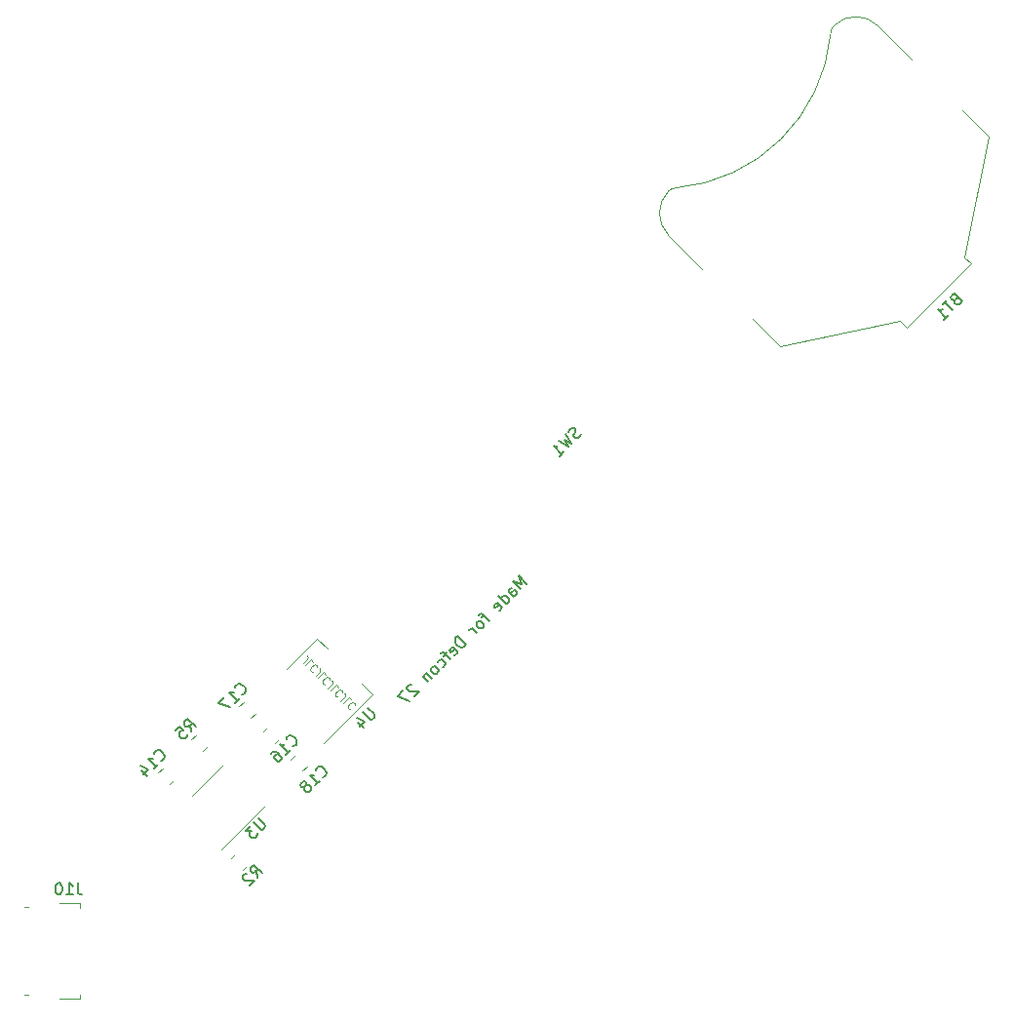
<source format=gbr>
G04 #@! TF.GenerationSoftware,KiCad,Pcbnew,5.1.2*
G04 #@! TF.CreationDate,2019-07-05T21:59:41-05:00*
G04 #@! TF.ProjectId,Master_Sword_(Ocarina_of_Time),4d617374-6572-45f5-9377-6f72645f284f,rev?*
G04 #@! TF.SameCoordinates,Original*
G04 #@! TF.FileFunction,Legend,Bot*
G04 #@! TF.FilePolarity,Positive*
%FSLAX46Y46*%
G04 Gerber Fmt 4.6, Leading zero omitted, Abs format (unit mm)*
G04 Created by KiCad (PCBNEW 5.1.2) date 2019-07-05 21:59:41*
%MOMM*%
%LPD*%
G04 APERTURE LIST*
%ADD10C,0.100000*%
%ADD11C,0.150000*%
%ADD12C,0.120000*%
G04 APERTURE END LIST*
D10*
X121129246Y-124181361D02*
X121482799Y-123827808D01*
X121533307Y-123736894D01*
X121540041Y-123649347D01*
X121503002Y-123565168D01*
X121462596Y-123524762D01*
X122028282Y-124090447D02*
X121826251Y-123888417D01*
X121331276Y-124383392D01*
X122364999Y-124521446D02*
X122368366Y-124477673D01*
X122331327Y-124393493D01*
X122290921Y-124353087D01*
X122206742Y-124316048D01*
X122119195Y-124322783D01*
X122051852Y-124349720D01*
X121937368Y-124423798D01*
X121866657Y-124494508D01*
X121792579Y-124608992D01*
X121765642Y-124676336D01*
X121758908Y-124763882D01*
X121795947Y-124848062D01*
X121836353Y-124888468D01*
X121920532Y-124925507D01*
X121964305Y-124922140D01*
X122220211Y-125272326D02*
X122573764Y-124918773D01*
X122624272Y-124827859D01*
X122631006Y-124740312D01*
X122593967Y-124656133D01*
X122553561Y-124615727D01*
X123119246Y-125181412D02*
X122917216Y-124979382D01*
X122422241Y-125474356D01*
X123455964Y-125612411D02*
X123459331Y-125568637D01*
X123422292Y-125484458D01*
X123381886Y-125444052D01*
X123297707Y-125407013D01*
X123210160Y-125413747D01*
X123142817Y-125440685D01*
X123028333Y-125514763D01*
X122957622Y-125585473D01*
X122883544Y-125699957D01*
X122856607Y-125767301D01*
X122849872Y-125854847D01*
X122886911Y-125939027D01*
X122927317Y-125979433D01*
X123011497Y-126016472D01*
X123055270Y-126013104D01*
X123311175Y-126363291D02*
X123664729Y-126009737D01*
X123715236Y-125918824D01*
X123721971Y-125831277D01*
X123684932Y-125747098D01*
X123644526Y-125706692D01*
X124210211Y-126272377D02*
X124008181Y-126070346D01*
X123513206Y-126565321D01*
X124546929Y-126703375D02*
X124550296Y-126659602D01*
X124513257Y-126575423D01*
X124472851Y-126535017D01*
X124388672Y-126497978D01*
X124301125Y-126504712D01*
X124233781Y-126531649D01*
X124119297Y-126605727D01*
X124048587Y-126676438D01*
X123974509Y-126790922D01*
X123947572Y-126858265D01*
X123940837Y-126945812D01*
X123977876Y-127029991D01*
X124018282Y-127070397D01*
X124102462Y-127107436D01*
X124146235Y-127104069D01*
X124402140Y-127454255D02*
X124755694Y-127100702D01*
X124806201Y-127009788D01*
X124812936Y-126922242D01*
X124775897Y-126838062D01*
X124735491Y-126797656D01*
X125301176Y-127363342D02*
X125099145Y-127161311D01*
X124604171Y-127656286D01*
X125637893Y-127794340D02*
X125641261Y-127750567D01*
X125604222Y-127666387D01*
X125563816Y-127625981D01*
X125479636Y-127588942D01*
X125392090Y-127595677D01*
X125324746Y-127622614D01*
X125210262Y-127696692D01*
X125139552Y-127767403D01*
X125065474Y-127881887D01*
X125038536Y-127949230D01*
X125031802Y-128036777D01*
X125068841Y-128120956D01*
X125109247Y-128161362D01*
X125193426Y-128198401D01*
X125237200Y-128195034D01*
D11*
X140532167Y-117307596D02*
X139825060Y-116600489D01*
X140094434Y-117341267D01*
X139353655Y-117071893D01*
X140060762Y-117779000D01*
X139420999Y-118418763D02*
X139050610Y-118048374D01*
X139016938Y-117947359D01*
X139050610Y-117846344D01*
X139185297Y-117711657D01*
X139286312Y-117677985D01*
X139387327Y-118385092D02*
X139488342Y-118351420D01*
X139656701Y-118183061D01*
X139690373Y-118082046D01*
X139656701Y-117981031D01*
X139589358Y-117913687D01*
X139488342Y-117880015D01*
X139387327Y-117913687D01*
X139218968Y-118082046D01*
X139117953Y-118115718D01*
X138781236Y-119058527D02*
X138074129Y-118351420D01*
X138747564Y-119024855D02*
X138848579Y-118991183D01*
X138983266Y-118856496D01*
X139016938Y-118755481D01*
X139016938Y-118688137D01*
X138983266Y-118587122D01*
X138781236Y-118385092D01*
X138680220Y-118351420D01*
X138612877Y-118351420D01*
X138511862Y-118385092D01*
X138377175Y-118519779D01*
X138343503Y-118620794D01*
X138141472Y-119630946D02*
X138242488Y-119597275D01*
X138377175Y-119462588D01*
X138410846Y-119361572D01*
X138377175Y-119260557D01*
X138107801Y-118991183D01*
X138006785Y-118957511D01*
X137905770Y-118991183D01*
X137771083Y-119125870D01*
X137737411Y-119226885D01*
X137771083Y-119327901D01*
X137838427Y-119395244D01*
X138242488Y-119125870D01*
X136929289Y-119967664D02*
X136659915Y-120237038D01*
X137299679Y-120540084D02*
X136693587Y-119933992D01*
X136592572Y-119900320D01*
X136491557Y-119933992D01*
X136424213Y-120001336D01*
X136794602Y-121045160D02*
X136828274Y-120944145D01*
X136828274Y-120876801D01*
X136794602Y-120775786D01*
X136592572Y-120573755D01*
X136491557Y-120540084D01*
X136424213Y-120540084D01*
X136323198Y-120573755D01*
X136222183Y-120674771D01*
X136188511Y-120775786D01*
X136188511Y-120843129D01*
X136222183Y-120944145D01*
X136424213Y-121146175D01*
X136525228Y-121179847D01*
X136592572Y-121179847D01*
X136693587Y-121146175D01*
X136794602Y-121045160D01*
X136255854Y-121583908D02*
X135784450Y-121112503D01*
X135919137Y-121247190D02*
X135818122Y-121213519D01*
X135750778Y-121213519D01*
X135649763Y-121247190D01*
X135582419Y-121314534D01*
X135279374Y-122560389D02*
X134572267Y-121853282D01*
X134403908Y-122021641D01*
X134336564Y-122156328D01*
X134336564Y-122291015D01*
X134370236Y-122392030D01*
X134471251Y-122560389D01*
X134572267Y-122661404D01*
X134740625Y-122762419D01*
X134841641Y-122796091D01*
X134976328Y-122796091D01*
X135111015Y-122728748D01*
X135279374Y-122560389D01*
X134269221Y-123503198D02*
X134370236Y-123469526D01*
X134504923Y-123334839D01*
X134538595Y-123233824D01*
X134504923Y-123132809D01*
X134235549Y-122863435D01*
X134134534Y-122829763D01*
X134033519Y-122863435D01*
X133898832Y-122998122D01*
X133865160Y-123099137D01*
X133898832Y-123200152D01*
X133966175Y-123267496D01*
X134370236Y-122998122D01*
X133595786Y-123301167D02*
X133326412Y-123570541D01*
X133966175Y-123873587D02*
X133360084Y-123267496D01*
X133259068Y-123233824D01*
X133158053Y-123267496D01*
X133090710Y-123334839D01*
X133225397Y-124547022D02*
X133326412Y-124513350D01*
X133461099Y-124378663D01*
X133494771Y-124277648D01*
X133494771Y-124210305D01*
X133461099Y-124109289D01*
X133259068Y-123907259D01*
X133158053Y-123873587D01*
X133090710Y-123873587D01*
X132989694Y-123907259D01*
X132855007Y-124041946D01*
X132821336Y-124142961D01*
X132855007Y-124984755D02*
X132888679Y-124883740D01*
X132888679Y-124816396D01*
X132855007Y-124715381D01*
X132652977Y-124513350D01*
X132551962Y-124479679D01*
X132484618Y-124479679D01*
X132383603Y-124513350D01*
X132282588Y-124614366D01*
X132248916Y-124715381D01*
X132248916Y-124782724D01*
X132282588Y-124883740D01*
X132484618Y-125085770D01*
X132585633Y-125119442D01*
X132652977Y-125119442D01*
X132753992Y-125085770D01*
X132855007Y-124984755D01*
X131844855Y-125052098D02*
X132316259Y-125523503D01*
X131912198Y-125119442D02*
X131844855Y-125119442D01*
X131743840Y-125153114D01*
X131642824Y-125254129D01*
X131609153Y-125355144D01*
X131642824Y-125456159D01*
X132013214Y-125826549D01*
X130531657Y-126028579D02*
X130464313Y-126028579D01*
X130363298Y-126062251D01*
X130194939Y-126230610D01*
X130161267Y-126331625D01*
X130161267Y-126398968D01*
X130194939Y-126499984D01*
X130262283Y-126567327D01*
X130396970Y-126634671D01*
X131205092Y-126634671D01*
X130767359Y-127072403D01*
X129824550Y-126600999D02*
X129353145Y-127072403D01*
X130363298Y-127476464D01*
D12*
X166951522Y-69568188D02*
G75*
G02X153458247Y-82931455I-14709498J1358696D01*
G01*
X166954439Y-69517640D02*
G75*
G02X167232687Y-68845888I950000J1D01*
G01*
X153550172Y-82921907D02*
G75*
G03X152878420Y-83200155I-1J-950000D01*
G01*
X152878419Y-87018532D02*
G75*
G02X152878420Y-83200155I1909189J1909188D01*
G01*
X171051064Y-68845887D02*
G75*
G03X167232687Y-68845888I-1909188J-1909189D01*
G01*
X173985557Y-71780381D02*
X171015709Y-68810532D01*
X155812913Y-89953025D02*
X152843064Y-86983177D01*
X180703072Y-78497895D02*
X178369619Y-76164443D01*
X178546396Y-88927720D02*
X180703072Y-78497895D01*
X179112081Y-89493406D02*
X178546396Y-88927720D01*
X173525938Y-95079549D02*
X179112081Y-89493406D01*
X173525938Y-95079549D02*
X172960252Y-94513864D01*
X172960252Y-94513864D02*
X162530427Y-96670540D01*
X162530427Y-96670540D02*
X160196975Y-94337087D01*
X109927801Y-134316291D02*
X109562117Y-134681975D01*
X108923709Y-133312199D02*
X108558025Y-133677883D01*
X118702117Y-131121975D02*
X119067801Y-130756291D01*
X117698025Y-130117883D02*
X118063709Y-129752199D01*
X115973709Y-127572199D02*
X115608025Y-127937883D01*
X116977801Y-128576291D02*
X116612117Y-128941975D01*
X121464888Y-133169204D02*
X121099204Y-133534888D01*
X120460796Y-132165112D02*
X120095112Y-132530796D01*
X96980000Y-152990000D02*
X97240000Y-152990000D01*
X100020000Y-153340000D02*
X101790000Y-153340000D01*
X101790000Y-153340000D02*
X101790000Y-152960000D01*
X101790000Y-145020000D02*
X100020000Y-145020000D01*
X97240000Y-145370000D02*
X96980000Y-145370000D01*
X101790000Y-145020000D02*
X101790000Y-145400000D01*
X115869204Y-142134888D02*
X116234888Y-141769204D01*
X114865112Y-141130796D02*
X115230796Y-140765112D01*
X112821975Y-131422117D02*
X112456291Y-131787801D01*
X111817883Y-130418025D02*
X111452199Y-130783709D01*
X114050675Y-140399712D02*
X117869052Y-136581335D01*
X111490948Y-135718665D02*
X114248665Y-132960948D01*
X122341954Y-122035578D02*
X123232908Y-122926532D01*
X127164422Y-126858046D02*
X126273468Y-125967092D01*
X119683232Y-124694299D02*
X122341954Y-122035578D01*
X122914710Y-131107758D02*
X127164422Y-126858046D01*
D11*
X177778680Y-92634980D02*
X177711336Y-92769667D01*
X177711336Y-92837010D01*
X177745008Y-92938026D01*
X177846023Y-93039041D01*
X177947039Y-93072713D01*
X178014382Y-93072713D01*
X178115397Y-93039041D01*
X178384771Y-92769667D01*
X177677665Y-92062560D01*
X177441962Y-92298262D01*
X177408291Y-92399278D01*
X177408291Y-92466621D01*
X177441962Y-92567636D01*
X177509306Y-92634980D01*
X177610321Y-92668652D01*
X177677665Y-92668652D01*
X177778680Y-92634980D01*
X178014382Y-92399278D01*
X177071573Y-92668652D02*
X176667512Y-93072713D01*
X177576649Y-93577789D02*
X176869542Y-92870682D01*
X176768527Y-94385911D02*
X177172588Y-93981850D01*
X176970558Y-94183881D02*
X176263451Y-93476774D01*
X176431810Y-93510446D01*
X176566497Y-93510446D01*
X176667512Y-93476774D01*
X108783293Y-132628330D02*
X108850637Y-132628330D01*
X108985324Y-132560986D01*
X109052667Y-132493643D01*
X109120011Y-132358956D01*
X109120011Y-132224269D01*
X109086339Y-132123254D01*
X108985324Y-131954895D01*
X108884309Y-131853880D01*
X108715950Y-131752864D01*
X108614935Y-131719193D01*
X108480248Y-131719193D01*
X108345561Y-131786536D01*
X108278217Y-131853880D01*
X108210874Y-131988567D01*
X108210874Y-132055910D01*
X108177202Y-133369109D02*
X108581263Y-132965048D01*
X108379232Y-133167078D02*
X107672125Y-132459971D01*
X107840484Y-132493643D01*
X107975171Y-132493643D01*
X108076187Y-132459971D01*
X107099706Y-133503796D02*
X107571110Y-133975200D01*
X106998690Y-133066063D02*
X107672125Y-133402780D01*
X107234393Y-133840513D01*
X120256745Y-131401782D02*
X120324089Y-131401782D01*
X120458776Y-131334438D01*
X120526119Y-131267095D01*
X120593463Y-131132408D01*
X120593463Y-130997721D01*
X120559791Y-130896706D01*
X120458776Y-130728347D01*
X120357761Y-130627332D01*
X120189402Y-130526316D01*
X120088387Y-130492645D01*
X119953700Y-130492645D01*
X119819013Y-130559988D01*
X119751669Y-130627332D01*
X119684326Y-130762019D01*
X119684326Y-130829362D01*
X119650654Y-132142561D02*
X120054715Y-131738500D01*
X119852684Y-131940530D02*
X119145577Y-131233423D01*
X119313936Y-131267095D01*
X119448623Y-131267095D01*
X119549639Y-131233423D01*
X118337455Y-132041545D02*
X118472142Y-131906858D01*
X118573158Y-131873187D01*
X118640501Y-131873187D01*
X118808860Y-131906858D01*
X118977219Y-132007874D01*
X119246593Y-132277248D01*
X119280264Y-132378263D01*
X119280264Y-132445606D01*
X119246593Y-132546622D01*
X119111906Y-132681309D01*
X119010890Y-132714980D01*
X118943547Y-132714980D01*
X118842532Y-132681309D01*
X118674173Y-132512950D01*
X118640501Y-132411935D01*
X118640501Y-132344591D01*
X118674173Y-132243576D01*
X118808860Y-132108889D01*
X118909875Y-132075217D01*
X118977219Y-132075217D01*
X119078234Y-132108889D01*
X115833293Y-126888330D02*
X115900637Y-126888330D01*
X116035324Y-126820986D01*
X116102667Y-126753643D01*
X116170011Y-126618956D01*
X116170011Y-126484269D01*
X116136339Y-126383254D01*
X116035324Y-126214895D01*
X115934309Y-126113880D01*
X115765950Y-126012864D01*
X115664935Y-125979193D01*
X115530248Y-125979193D01*
X115395561Y-126046536D01*
X115328217Y-126113880D01*
X115260874Y-126248567D01*
X115260874Y-126315910D01*
X115227202Y-127629109D02*
X115631263Y-127225048D01*
X115429232Y-127427078D02*
X114722125Y-126719971D01*
X114890484Y-126753643D01*
X115025171Y-126753643D01*
X115126187Y-126719971D01*
X114284393Y-127157704D02*
X113812988Y-127629109D01*
X114823141Y-128033170D01*
X122817106Y-134067969D02*
X122884450Y-134067969D01*
X123019137Y-134000625D01*
X123086480Y-133933282D01*
X123153824Y-133798595D01*
X123153824Y-133663908D01*
X123120152Y-133562893D01*
X123019137Y-133394534D01*
X122918122Y-133293519D01*
X122749763Y-133192503D01*
X122648748Y-133158832D01*
X122514061Y-133158832D01*
X122379374Y-133226175D01*
X122312030Y-133293519D01*
X122244687Y-133428206D01*
X122244687Y-133495549D01*
X122211015Y-134808748D02*
X122615076Y-134404687D01*
X122413045Y-134606717D02*
X121705938Y-133899610D01*
X121874297Y-133933282D01*
X122008984Y-133933282D01*
X122110000Y-133899610D01*
X121402893Y-134808748D02*
X121436564Y-134707732D01*
X121436564Y-134640389D01*
X121402893Y-134539374D01*
X121369221Y-134505702D01*
X121268206Y-134472030D01*
X121200862Y-134472030D01*
X121099847Y-134505702D01*
X120965160Y-134640389D01*
X120931488Y-134741404D01*
X120931488Y-134808748D01*
X120965160Y-134909763D01*
X120998832Y-134943435D01*
X121099847Y-134977106D01*
X121167190Y-134977106D01*
X121268206Y-134943435D01*
X121402893Y-134808748D01*
X121503908Y-134775076D01*
X121571251Y-134775076D01*
X121672267Y-134808748D01*
X121806954Y-134943435D01*
X121840625Y-135044450D01*
X121840625Y-135111793D01*
X121806954Y-135212809D01*
X121672267Y-135347496D01*
X121571251Y-135381167D01*
X121503908Y-135381167D01*
X121402893Y-135347496D01*
X121268206Y-135212809D01*
X121234534Y-135111793D01*
X121234534Y-135044450D01*
X121268206Y-134943435D01*
X101589523Y-143282380D02*
X101589523Y-143996666D01*
X101637142Y-144139523D01*
X101732380Y-144234761D01*
X101875238Y-144282380D01*
X101970476Y-144282380D01*
X100589523Y-144282380D02*
X101160952Y-144282380D01*
X100875238Y-144282380D02*
X100875238Y-143282380D01*
X100970476Y-143425238D01*
X101065714Y-143520476D01*
X101160952Y-143568095D01*
X99970476Y-143282380D02*
X99875238Y-143282380D01*
X99780000Y-143330000D01*
X99732380Y-143377619D01*
X99684761Y-143472857D01*
X99637142Y-143663333D01*
X99637142Y-143901428D01*
X99684761Y-144091904D01*
X99732380Y-144187142D01*
X99780000Y-144234761D01*
X99875238Y-144282380D01*
X99970476Y-144282380D01*
X100065714Y-144234761D01*
X100113333Y-144187142D01*
X100160952Y-144091904D01*
X100208571Y-143901428D01*
X100208571Y-143663333D01*
X100160952Y-143472857D01*
X100113333Y-143377619D01*
X100065714Y-143330000D01*
X99970476Y-143282380D01*
X117154458Y-142818756D02*
X117053443Y-142246336D01*
X117558519Y-142414695D02*
X116851413Y-141707588D01*
X116582038Y-141976962D01*
X116548367Y-142077977D01*
X116548367Y-142145321D01*
X116582038Y-142246336D01*
X116683054Y-142347351D01*
X116784069Y-142381023D01*
X116851413Y-142381023D01*
X116952428Y-142347351D01*
X117221802Y-142077977D01*
X116245321Y-142448367D02*
X116177977Y-142448367D01*
X116076962Y-142482038D01*
X115908603Y-142650397D01*
X115874932Y-142751413D01*
X115874932Y-142818756D01*
X115908603Y-142919771D01*
X115975947Y-142987115D01*
X116110634Y-143054458D01*
X116918756Y-143054458D01*
X116481023Y-143492191D01*
X111408093Y-130138217D02*
X111307078Y-129565797D01*
X111812154Y-129734156D02*
X111105048Y-129027049D01*
X110835673Y-129296423D01*
X110802002Y-129397438D01*
X110802002Y-129464782D01*
X110835673Y-129565797D01*
X110936689Y-129666812D01*
X111037704Y-129700484D01*
X111105048Y-129700484D01*
X111206063Y-129666812D01*
X111475437Y-129397438D01*
X110061223Y-130070874D02*
X110397941Y-129734156D01*
X110768330Y-130037202D01*
X110700986Y-130037202D01*
X110599971Y-130070874D01*
X110431612Y-130239232D01*
X110397941Y-130340248D01*
X110397941Y-130407591D01*
X110431612Y-130508606D01*
X110599971Y-130676965D01*
X110700986Y-130710637D01*
X110768330Y-130710637D01*
X110869345Y-130676965D01*
X111037704Y-130508606D01*
X111071376Y-130407591D01*
X111071376Y-130340248D01*
X145247172Y-104319451D02*
X145179829Y-104454138D01*
X145011470Y-104622497D01*
X144910455Y-104656169D01*
X144843111Y-104656169D01*
X144742096Y-104622497D01*
X144674753Y-104555154D01*
X144641081Y-104454138D01*
X144641081Y-104386795D01*
X144674753Y-104285780D01*
X144775768Y-104117421D01*
X144809440Y-104016406D01*
X144809440Y-103949062D01*
X144775768Y-103848047D01*
X144708424Y-103780703D01*
X144607409Y-103747032D01*
X144540066Y-103747032D01*
X144439050Y-103780703D01*
X144270692Y-103949062D01*
X144203348Y-104083749D01*
X143933974Y-104285780D02*
X144472722Y-105161245D01*
X143832959Y-104790856D01*
X144203348Y-105430619D01*
X143327883Y-104891871D01*
X143395226Y-106238741D02*
X143799287Y-105834680D01*
X143597257Y-106036711D02*
X142890150Y-105329604D01*
X143058509Y-105363276D01*
X143193196Y-105363276D01*
X143294211Y-105329604D01*
X117235685Y-137628189D02*
X117808105Y-138200609D01*
X117841777Y-138301624D01*
X117841777Y-138368968D01*
X117808105Y-138469983D01*
X117673418Y-138604670D01*
X117572403Y-138638342D01*
X117505059Y-138638342D01*
X117404044Y-138604670D01*
X116831624Y-138032250D01*
X116562250Y-138301624D02*
X116124518Y-138739357D01*
X116629594Y-138773029D01*
X116528579Y-138874044D01*
X116494907Y-138975059D01*
X116494907Y-139042403D01*
X116528579Y-139143418D01*
X116696937Y-139311777D01*
X116797953Y-139345449D01*
X116865296Y-139345449D01*
X116966311Y-139311777D01*
X117168342Y-139109746D01*
X117202014Y-139008731D01*
X117202014Y-138941388D01*
X126736117Y-128053393D02*
X127308537Y-128625813D01*
X127342209Y-128726828D01*
X127342209Y-128794172D01*
X127308537Y-128895187D01*
X127173850Y-129029874D01*
X127072835Y-129063546D01*
X127005491Y-129063546D01*
X126904476Y-129029874D01*
X126332056Y-128457454D01*
X125927995Y-129332920D02*
X126399400Y-129804324D01*
X125826980Y-128895187D02*
X126500415Y-129231905D01*
X126062682Y-129669637D01*
M02*

</source>
